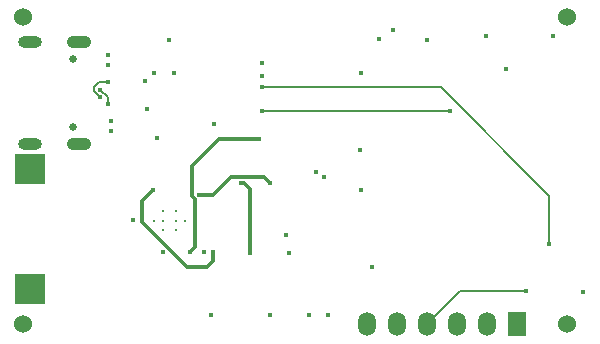
<source format=gbl>
G04 Layer_Physical_Order=4*
G04 Layer_Color=16711680*
%FSLAX25Y25*%
%MOIN*%
G70*
G01*
G75*
%ADD28C,0.00591*%
%ADD30C,0.01181*%
%ADD31R,0.05905X0.07874*%
%ADD32O,0.05905X0.07874*%
%ADD33C,0.01181*%
%ADD34R,0.10000X0.10000*%
%ADD35C,0.06000*%
%ADD36C,0.02559*%
%ADD37O,0.08268X0.04134*%
%ADD38O,0.07874X0.03937*%
%ADD39C,0.01772*%
D28*
X33500Y86000D02*
X36000Y83500D01*
Y81484D02*
Y83500D01*
X33000Y88500D02*
X36000D01*
X31500Y87000D02*
X33000Y88500D01*
X31500Y85500D02*
Y87000D01*
Y85500D02*
X33500Y83500D01*
X87500Y79000D02*
X150000D01*
X183185Y34685D02*
Y50815D01*
X147000Y87000D02*
X183185Y50815D01*
X87500Y87000D02*
X147000D01*
X142575Y8000D02*
X153575Y19000D01*
X175311D01*
D30*
X64000Y60500D02*
X73000Y69500D01*
X64000Y50705D02*
Y60500D01*
Y50705D02*
X65000Y49705D01*
Y33500D02*
Y49705D01*
X63500Y32000D02*
X65000Y33500D01*
X73000Y69500D02*
X86500D01*
X88000Y57000D02*
X90000Y55000D01*
X77000Y57000D02*
X88000D01*
X71000Y51000D02*
X77000Y57000D01*
X66500Y51000D02*
X71000D01*
X81449Y55000D02*
X83500Y52949D01*
Y31500D02*
Y52949D01*
X80500Y55000D02*
X81449D01*
X71000Y29000D02*
Y32000D01*
X69000Y27000D02*
X71000Y29000D01*
X62500Y27000D02*
X69000D01*
X47500Y42000D02*
X62500Y27000D01*
X47500Y42000D02*
Y49000D01*
X51000Y52500D01*
D31*
X172575Y8000D02*
D03*
D32*
X162575D02*
D03*
X152575D02*
D03*
X142575D02*
D03*
X132575D02*
D03*
X122575D02*
D03*
D33*
X51591Y42496D02*
D03*
X61630D02*
D03*
X54543Y45547D02*
D03*
Y39445D02*
D03*
Y42496D02*
D03*
X58677Y45547D02*
D03*
Y39445D02*
D03*
Y42496D02*
D03*
D34*
X10000Y59500D02*
D03*
Y19500D02*
D03*
D35*
X7874Y110236D02*
D03*
Y7874D02*
D03*
X188976D02*
D03*
Y110236D02*
D03*
D36*
X24488Y96378D02*
D03*
Y73622D02*
D03*
D37*
X26457Y67992D02*
D03*
Y102008D02*
D03*
D38*
X10000Y67992D02*
D03*
Y102008D02*
D03*
D39*
X36000Y81484D02*
D03*
X33500Y86000D02*
D03*
X36000Y88500D02*
D03*
X33500Y83500D02*
D03*
X49000Y79500D02*
D03*
X51500Y91500D02*
D03*
X48500Y89000D02*
D03*
X108000Y57000D02*
D03*
X131000Y106000D02*
D03*
X126457Y103043D02*
D03*
X87500Y90500D02*
D03*
X95500Y37500D02*
D03*
X105500Y58500D02*
D03*
X150000Y79000D02*
D03*
X183185Y34685D02*
D03*
X86500Y69500D02*
D03*
X103000Y11000D02*
D03*
X90000D02*
D03*
X120500Y91500D02*
D03*
X120000Y66000D02*
D03*
X56500Y102500D02*
D03*
X63500Y32000D02*
D03*
X52500Y70000D02*
D03*
X58000Y91500D02*
D03*
X70500Y11000D02*
D03*
X90000Y55000D02*
D03*
X80500D02*
D03*
X71500Y74500D02*
D03*
X36051Y97598D02*
D03*
X36000Y94449D02*
D03*
X68000Y32000D02*
D03*
X83500Y31500D02*
D03*
X37000Y72402D02*
D03*
Y75500D02*
D03*
X142500Y102500D02*
D03*
X162051Y104000D02*
D03*
X184449D02*
D03*
X168717Y93000D02*
D03*
X120500Y52502D02*
D03*
X44500Y42500D02*
D03*
X124000Y26912D02*
D03*
X109500Y11000D02*
D03*
X194500Y18500D02*
D03*
X175311Y19000D02*
D03*
X87500Y95000D02*
D03*
Y87000D02*
D03*
Y79000D02*
D03*
X96500Y31500D02*
D03*
X66500Y51000D02*
D03*
X54500Y32000D02*
D03*
X71000D02*
D03*
X51000Y52500D02*
D03*
M02*

</source>
